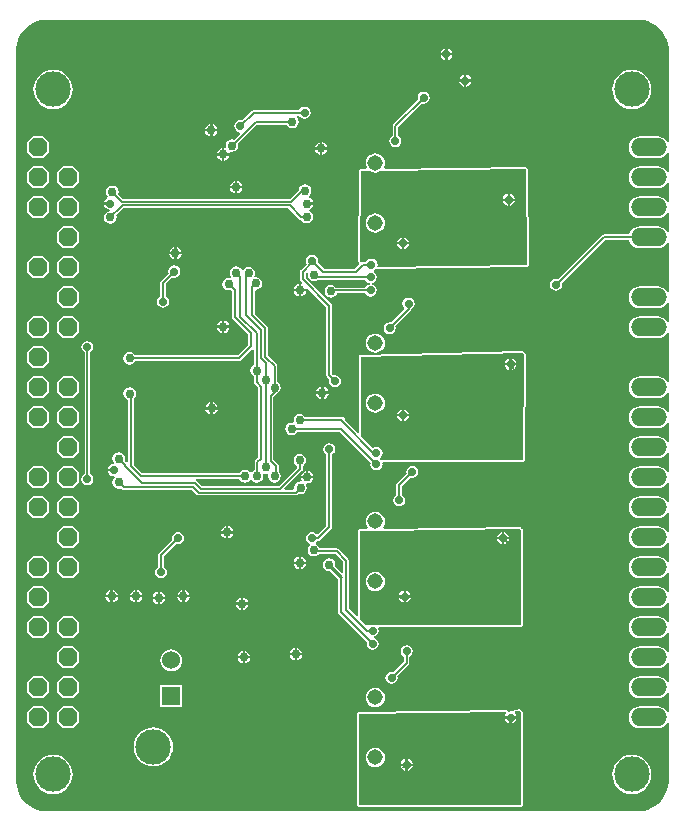
<source format=gbl>
G04*
G04 #@! TF.GenerationSoftware,Altium Limited,Altium Designer,23.7.1 (13)*
G04*
G04 Layer_Physical_Order=2*
G04 Layer_Color=16711680*
%FSLAX25Y25*%
%MOIN*%
G70*
G04*
G04 #@! TF.SameCoordinates,D29FC0A6-615C-4A1E-A78D-E47FA92DE2CD*
G04*
G04*
G04 #@! TF.FilePolarity,Positive*
G04*
G01*
G75*
%ADD57C,0.00630*%
%ADD62C,0.00984*%
%ADD64C,0.11811*%
G04:AMPARAMS|DCode=65|XSize=60mil|YSize=60mil|CornerRadius=0mil|HoleSize=0mil|Usage=FLASHONLY|Rotation=90.000|XOffset=0mil|YOffset=0mil|HoleType=Round|Shape=Octagon|*
%AMOCTAGOND65*
4,1,8,0.01500,0.03000,-0.01500,0.03000,-0.03000,0.01500,-0.03000,-0.01500,-0.01500,-0.03000,0.01500,-0.03000,0.03000,-0.01500,0.03000,0.01500,0.01500,0.03000,0.0*
%
%ADD65OCTAGOND65*%

%ADD66O,0.12000X0.06000*%
%ADD67C,0.05150*%
%ADD68C,0.06024*%
%ADD69R,0.06024X0.06024*%
%ADD70C,0.02781*%
%ADD71C,0.02978*%
%ADD72C,0.00787*%
G36*
X208661Y265400D02*
X209335Y265400D01*
X210671Y265224D01*
X211973Y264875D01*
X213219Y264359D01*
X214386Y263685D01*
X215455Y262865D01*
X216408Y261912D01*
X217228Y260842D01*
X217902Y259675D01*
X218418Y258430D01*
X218767Y257128D01*
X218943Y255792D01*
X218943Y255118D01*
X218943Y224753D01*
X218443Y224653D01*
X218428Y224690D01*
X217851Y225442D01*
X217098Y226019D01*
X216223Y226381D01*
X215283Y226505D01*
X209283D01*
X208343Y226381D01*
X207468Y226019D01*
X206715Y225442D01*
X206138Y224690D01*
X205776Y223814D01*
X205652Y222874D01*
X205776Y221934D01*
X206138Y221059D01*
X206715Y220306D01*
X207468Y219729D01*
X208343Y219367D01*
X209283Y219243D01*
X215283D01*
X216223Y219367D01*
X217098Y219729D01*
X217851Y220306D01*
X218428Y221059D01*
X218443Y221095D01*
X218943Y220995D01*
Y214753D01*
X218443Y214653D01*
X218428Y214689D01*
X217851Y215442D01*
X217098Y216019D01*
X216223Y216381D01*
X215283Y216505D01*
X209283D01*
X208343Y216381D01*
X207468Y216019D01*
X206715Y215442D01*
X206138Y214689D01*
X205776Y213814D01*
X205652Y212874D01*
X205776Y211934D01*
X206138Y211058D01*
X206715Y210306D01*
X207468Y209729D01*
X208343Y209367D01*
X209283Y209243D01*
X215283D01*
X216223Y209367D01*
X217098Y209729D01*
X217851Y210306D01*
X218428Y211058D01*
X218443Y211095D01*
X218943Y210995D01*
Y204753D01*
X218443Y204653D01*
X218428Y204690D01*
X217851Y205442D01*
X217098Y206019D01*
X216223Y206381D01*
X215283Y206505D01*
X209283D01*
X208343Y206381D01*
X207468Y206019D01*
X206715Y205442D01*
X206138Y204690D01*
X205776Y203814D01*
X205652Y202874D01*
X205776Y201934D01*
X206138Y201059D01*
X206715Y200306D01*
X207468Y199729D01*
X208343Y199367D01*
X209283Y199243D01*
X215283D01*
X216223Y199367D01*
X217098Y199729D01*
X217851Y200306D01*
X218428Y201059D01*
X218443Y201095D01*
X218943Y200995D01*
Y194753D01*
X218443Y194653D01*
X218428Y194690D01*
X217851Y195442D01*
X217098Y196019D01*
X216223Y196381D01*
X215283Y196505D01*
X209283D01*
X208343Y196381D01*
X207468Y196019D01*
X206715Y195442D01*
X206138Y194690D01*
X205776Y193814D01*
X205775Y193807D01*
X197283D01*
X196926Y193736D01*
X196623Y193534D01*
X182009Y178920D01*
X181417Y179037D01*
X180640Y178883D01*
X179982Y178443D01*
X179542Y177785D01*
X179387Y177008D01*
X179542Y176231D01*
X179982Y175573D01*
X180640Y175133D01*
X181417Y174978D01*
X182194Y175133D01*
X182852Y175573D01*
X183292Y176231D01*
X183447Y177008D01*
X183329Y177600D01*
X197669Y191941D01*
X205775D01*
X205776Y191934D01*
X206138Y191059D01*
X206715Y190306D01*
X207468Y189729D01*
X208343Y189367D01*
X209283Y189243D01*
X215283D01*
X216223Y189367D01*
X217098Y189729D01*
X217851Y190306D01*
X218428Y191059D01*
X218443Y191095D01*
X218943Y190995D01*
Y174753D01*
X218443Y174653D01*
X218428Y174689D01*
X217851Y175442D01*
X217098Y176019D01*
X216223Y176381D01*
X215283Y176505D01*
X209283D01*
X208343Y176381D01*
X207468Y176019D01*
X206715Y175442D01*
X206138Y174689D01*
X205776Y173814D01*
X205652Y172874D01*
X205776Y171934D01*
X206138Y171058D01*
X206715Y170306D01*
X207468Y169729D01*
X208343Y169367D01*
X209283Y169243D01*
X215283D01*
X216223Y169367D01*
X217098Y169729D01*
X217851Y170306D01*
X218428Y171058D01*
X218443Y171095D01*
X218943Y170995D01*
X218943Y164753D01*
X218443Y164653D01*
X218428Y164690D01*
X217851Y165442D01*
X217098Y166019D01*
X216223Y166381D01*
X215283Y166505D01*
X209283D01*
X208343Y166381D01*
X207468Y166019D01*
X206715Y165442D01*
X206138Y164690D01*
X205776Y163814D01*
X205652Y162874D01*
X205776Y161934D01*
X206138Y161058D01*
X206715Y160306D01*
X207468Y159729D01*
X208343Y159367D01*
X209283Y159243D01*
X215283D01*
X216223Y159367D01*
X217098Y159729D01*
X217851Y160306D01*
X218428Y161058D01*
X218443Y161095D01*
X218943Y160995D01*
Y144753D01*
X218443Y144653D01*
X218428Y144690D01*
X217851Y145442D01*
X217098Y146019D01*
X216223Y146381D01*
X215283Y146505D01*
X209283D01*
X208343Y146381D01*
X207468Y146019D01*
X206715Y145442D01*
X206138Y144690D01*
X205776Y143814D01*
X205652Y142874D01*
X205776Y141934D01*
X206138Y141059D01*
X206715Y140306D01*
X207468Y139729D01*
X208343Y139367D01*
X209283Y139243D01*
X215283D01*
X216223Y139367D01*
X217098Y139729D01*
X217851Y140306D01*
X218428Y141059D01*
X218443Y141095D01*
X218943Y140995D01*
Y134753D01*
X218443Y134653D01*
X218428Y134689D01*
X217851Y135442D01*
X217098Y136019D01*
X216223Y136381D01*
X215283Y136505D01*
X209283D01*
X208343Y136381D01*
X207468Y136019D01*
X206715Y135442D01*
X206138Y134689D01*
X205776Y133814D01*
X205652Y132874D01*
X205776Y131934D01*
X206138Y131059D01*
X206715Y130306D01*
X207468Y129729D01*
X208343Y129367D01*
X209283Y129243D01*
X215283D01*
X216223Y129367D01*
X217098Y129729D01*
X217851Y130306D01*
X218428Y131059D01*
X218443Y131095D01*
X218943Y130995D01*
Y124753D01*
X218443Y124653D01*
X218428Y124689D01*
X217851Y125442D01*
X217098Y126019D01*
X216223Y126381D01*
X215283Y126505D01*
X209283D01*
X208343Y126381D01*
X207468Y126019D01*
X206715Y125442D01*
X206138Y124689D01*
X205776Y123814D01*
X205652Y122874D01*
X205776Y121934D01*
X206138Y121058D01*
X206715Y120306D01*
X207468Y119729D01*
X208343Y119367D01*
X209283Y119243D01*
X215283D01*
X216223Y119367D01*
X217098Y119729D01*
X217851Y120306D01*
X218428Y121058D01*
X218443Y121095D01*
X218943Y120995D01*
Y114753D01*
X218443Y114653D01*
X218428Y114690D01*
X217851Y115442D01*
X217098Y116019D01*
X216223Y116381D01*
X215283Y116505D01*
X209283D01*
X208343Y116381D01*
X207468Y116019D01*
X206715Y115442D01*
X206138Y114690D01*
X205776Y113814D01*
X205652Y112874D01*
X205776Y111934D01*
X206138Y111058D01*
X206715Y110306D01*
X207468Y109729D01*
X208343Y109367D01*
X209283Y109243D01*
X215283D01*
X216223Y109367D01*
X217098Y109729D01*
X217851Y110306D01*
X218428Y111058D01*
X218443Y111095D01*
X218943Y110995D01*
Y104753D01*
X218443Y104653D01*
X218428Y104690D01*
X217851Y105442D01*
X217098Y106019D01*
X216223Y106381D01*
X215283Y106505D01*
X209283D01*
X208343Y106381D01*
X207468Y106019D01*
X206715Y105442D01*
X206138Y104690D01*
X205776Y103814D01*
X205652Y102874D01*
X205776Y101934D01*
X206138Y101058D01*
X206715Y100306D01*
X207468Y99729D01*
X208343Y99367D01*
X209283Y99243D01*
X215283D01*
X216223Y99367D01*
X217098Y99729D01*
X217851Y100306D01*
X218428Y101058D01*
X218443Y101095D01*
X218943Y100995D01*
X218943Y94753D01*
X218443Y94653D01*
X218428Y94690D01*
X217851Y95442D01*
X217098Y96019D01*
X216223Y96381D01*
X215283Y96505D01*
X209283D01*
X208343Y96381D01*
X207468Y96019D01*
X206715Y95442D01*
X206138Y94690D01*
X205776Y93814D01*
X205652Y92874D01*
X205776Y91934D01*
X206138Y91058D01*
X206715Y90306D01*
X207468Y89729D01*
X208343Y89367D01*
X209283Y89243D01*
X215283D01*
X216223Y89367D01*
X217098Y89729D01*
X217851Y90306D01*
X218428Y91058D01*
X218443Y91095D01*
X218943Y90995D01*
Y84753D01*
X218443Y84653D01*
X218428Y84689D01*
X217851Y85441D01*
X217098Y86019D01*
X216223Y86381D01*
X215283Y86505D01*
X209283D01*
X208343Y86381D01*
X207468Y86019D01*
X206715Y85441D01*
X206138Y84689D01*
X205776Y83814D01*
X205652Y82874D01*
X205776Y81934D01*
X206138Y81059D01*
X206715Y80306D01*
X207468Y79729D01*
X208343Y79367D01*
X209283Y79243D01*
X215283D01*
X216223Y79367D01*
X217098Y79729D01*
X217851Y80306D01*
X218428Y81059D01*
X218443Y81095D01*
X218943Y80995D01*
Y74753D01*
X218443Y74653D01*
X218428Y74690D01*
X217851Y75441D01*
X217098Y76019D01*
X216223Y76381D01*
X215283Y76505D01*
X209283D01*
X208343Y76381D01*
X207468Y76019D01*
X206715Y75441D01*
X206138Y74690D01*
X205776Y73814D01*
X205652Y72874D01*
X205776Y71934D01*
X206138Y71058D01*
X206715Y70306D01*
X207468Y69729D01*
X208343Y69367D01*
X209283Y69243D01*
X215283D01*
X216223Y69367D01*
X217098Y69729D01*
X217851Y70306D01*
X218428Y71058D01*
X218443Y71095D01*
X218943Y70995D01*
Y64753D01*
X218443Y64653D01*
X218428Y64689D01*
X217851Y65442D01*
X217098Y66019D01*
X216223Y66381D01*
X215283Y66505D01*
X209283D01*
X208343Y66381D01*
X207468Y66019D01*
X206715Y65442D01*
X206138Y64689D01*
X205776Y63814D01*
X205652Y62874D01*
X205776Y61934D01*
X206138Y61058D01*
X206715Y60306D01*
X207468Y59729D01*
X208343Y59367D01*
X209283Y59243D01*
X215283D01*
X216223Y59367D01*
X217098Y59729D01*
X217851Y60306D01*
X218428Y61058D01*
X218443Y61095D01*
X218943Y60995D01*
Y54753D01*
X218443Y54653D01*
X218428Y54690D01*
X217851Y55441D01*
X217098Y56019D01*
X216223Y56381D01*
X215283Y56505D01*
X209283D01*
X208343Y56381D01*
X207468Y56019D01*
X206715Y55441D01*
X206138Y54690D01*
X205776Y53814D01*
X205652Y52874D01*
X205776Y51934D01*
X206138Y51059D01*
X206715Y50306D01*
X207468Y49729D01*
X208343Y49367D01*
X209283Y49243D01*
X215283D01*
X216223Y49367D01*
X217098Y49729D01*
X217851Y50306D01*
X218428Y51059D01*
X218443Y51095D01*
X218943Y50995D01*
Y44753D01*
X218443Y44653D01*
X218428Y44690D01*
X217851Y45442D01*
X217098Y46019D01*
X216223Y46381D01*
X215283Y46505D01*
X209283D01*
X208343Y46381D01*
X207468Y46019D01*
X206715Y45442D01*
X206138Y44690D01*
X205776Y43814D01*
X205652Y42874D01*
X205776Y41934D01*
X206138Y41058D01*
X206715Y40306D01*
X207468Y39729D01*
X208343Y39367D01*
X209283Y39243D01*
X215283D01*
X216223Y39367D01*
X217098Y39729D01*
X217851Y40306D01*
X218428Y41058D01*
X218443Y41095D01*
X218943Y40995D01*
Y34753D01*
X218443Y34653D01*
X218428Y34690D01*
X217851Y35442D01*
X217098Y36019D01*
X216223Y36381D01*
X215283Y36505D01*
X209283D01*
X208343Y36381D01*
X207468Y36019D01*
X206715Y35442D01*
X206138Y34690D01*
X205776Y33814D01*
X205652Y32874D01*
X205776Y31934D01*
X206138Y31058D01*
X206715Y30307D01*
X207468Y29729D01*
X208343Y29367D01*
X209283Y29243D01*
X215283D01*
X216223Y29367D01*
X217098Y29729D01*
X217851Y30307D01*
X218428Y31058D01*
X218443Y31095D01*
X218943Y30995D01*
X218943Y11811D01*
Y11137D01*
X218767Y9801D01*
X218418Y8499D01*
X217902Y7254D01*
X217228Y6086D01*
X216408Y5017D01*
X215455Y4064D01*
X214385Y3244D01*
X213218Y2570D01*
X211973Y2054D01*
X210671Y1705D01*
X209335Y1529D01*
X11137D01*
X9801Y1705D01*
X8499Y2054D01*
X7254Y2570D01*
X6086Y3244D01*
X5017Y4064D01*
X4064Y5017D01*
X3244Y6086D01*
X2570Y7254D01*
X2054Y8499D01*
X1705Y9801D01*
X1529Y11137D01*
Y11811D01*
X1529Y255118D01*
X1529Y255792D01*
X1705Y257128D01*
X2054Y258430D01*
X2570Y259675D01*
X3244Y260842D01*
X4064Y261912D01*
X5017Y262865D01*
X6086Y263685D01*
X7254Y264359D01*
X8499Y264875D01*
X9801Y265224D01*
X11137Y265400D01*
X11811Y265400D01*
X208661Y265400D01*
D02*
G37*
%LPC*%
G36*
X145282Y255808D02*
Y254258D01*
X146832D01*
X146757Y254635D01*
X146317Y255293D01*
X145659Y255733D01*
X145282Y255808D01*
D02*
G37*
G36*
X144482D02*
X144105Y255733D01*
X143447Y255293D01*
X143007Y254635D01*
X142932Y254258D01*
X144482D01*
Y255808D01*
D02*
G37*
G36*
X146832Y253458D02*
X145282D01*
Y251908D01*
X145659Y251983D01*
X146317Y252423D01*
X146757Y253081D01*
X146832Y253458D01*
D02*
G37*
G36*
X144482D02*
X142932D01*
X143007Y253081D01*
X143447Y252423D01*
X144105Y251983D01*
X144482Y251908D01*
Y253458D01*
D02*
G37*
G36*
X151581Y246989D02*
Y245439D01*
X153131D01*
X153056Y245816D01*
X152616Y246474D01*
X151958Y246914D01*
X151581Y246989D01*
D02*
G37*
G36*
X150781D02*
X150404Y246914D01*
X149746Y246474D01*
X149306Y245816D01*
X149231Y245439D01*
X150781D01*
Y246989D01*
D02*
G37*
G36*
X153131Y244639D02*
X151581D01*
Y243089D01*
X151958Y243164D01*
X152616Y243604D01*
X153056Y244262D01*
X153131Y244639D01*
D02*
G37*
G36*
X150781D02*
X149231D01*
X149306Y244262D01*
X149746Y243604D01*
X150404Y243164D01*
X150781Y243089D01*
Y244639D01*
D02*
G37*
G36*
X137323Y241400D02*
X136546Y241245D01*
X135888Y240805D01*
X135448Y240147D01*
X135293Y239370D01*
X135411Y238778D01*
X127214Y230581D01*
X127012Y230278D01*
X126941Y229921D01*
Y226653D01*
X126439Y226317D01*
X125999Y225659D01*
X125845Y224882D01*
X125999Y224105D01*
X126439Y223447D01*
X127097Y223007D01*
X127874Y222852D01*
X128651Y223007D01*
X129309Y223447D01*
X129749Y224105D01*
X129903Y224882D01*
X129749Y225659D01*
X129309Y226317D01*
X128807Y226653D01*
Y229535D01*
X136731Y237458D01*
X137323Y237340D01*
X138100Y237495D01*
X138758Y237935D01*
X139198Y238593D01*
X139353Y239370D01*
X139198Y240147D01*
X138758Y240805D01*
X138100Y241245D01*
X137323Y241400D01*
D02*
G37*
G36*
X206692Y248663D02*
X205417Y248537D01*
X204190Y248165D01*
X203060Y247561D01*
X202070Y246748D01*
X201257Y245758D01*
X200653Y244628D01*
X200281Y243401D01*
X200155Y242126D01*
X200281Y240851D01*
X200653Y239624D01*
X201257Y238494D01*
X202070Y237504D01*
X203060Y236691D01*
X204190Y236087D01*
X205417Y235715D01*
X206692Y235589D01*
X207967Y235715D01*
X209194Y236087D01*
X210324Y236691D01*
X211314Y237504D01*
X212127Y238494D01*
X212731Y239624D01*
X213103Y240851D01*
X213229Y242126D01*
X213103Y243401D01*
X212731Y244628D01*
X212127Y245758D01*
X211314Y246748D01*
X210324Y247561D01*
X209194Y248165D01*
X207967Y248537D01*
X206692Y248663D01*
D02*
G37*
G36*
X13779D02*
X12504Y248537D01*
X11277Y248165D01*
X10147Y247561D01*
X9157Y246748D01*
X8344Y245758D01*
X7740Y244628D01*
X7368Y243401D01*
X7242Y242126D01*
X7368Y240851D01*
X7740Y239624D01*
X8344Y238494D01*
X9157Y237504D01*
X10147Y236691D01*
X11277Y236087D01*
X12504Y235715D01*
X13779Y235589D01*
X15054Y235715D01*
X16281Y236087D01*
X17411Y236691D01*
X18401Y237504D01*
X19214Y238494D01*
X19818Y239624D01*
X20190Y240851D01*
X20316Y242126D01*
X20190Y243401D01*
X19818Y244628D01*
X19214Y245758D01*
X18401Y246748D01*
X17411Y247561D01*
X16281Y248165D01*
X15054Y248537D01*
X13779Y248663D01*
D02*
G37*
G36*
X97638Y236361D02*
X96861Y236206D01*
X96203Y235766D01*
X95867Y235264D01*
X80630D01*
X80273Y235193D01*
X79970Y234991D01*
X76812Y231833D01*
X76220Y231950D01*
X75443Y231796D01*
X74785Y231356D01*
X74345Y230698D01*
X74190Y229921D01*
X74345Y229144D01*
X74785Y228486D01*
X75443Y228046D01*
X75924Y227950D01*
X76089Y227408D01*
X74101Y225420D01*
X73425Y225555D01*
X72610Y225393D01*
X71919Y224931D01*
X71457Y224240D01*
X71295Y223425D01*
X71395Y222923D01*
X70974Y222502D01*
X70872Y222522D01*
Y220872D01*
X72522D01*
X72502Y220974D01*
X72923Y221395D01*
X73425Y221295D01*
X74240Y221457D01*
X74931Y221919D01*
X75393Y222610D01*
X75555Y223425D01*
X75420Y224101D01*
X81685Y230366D01*
X91615D01*
X91998Y229793D01*
X92689Y229331D01*
X93504Y229169D01*
X94319Y229331D01*
X95010Y229793D01*
X95472Y230484D01*
X95634Y231299D01*
X95472Y232114D01*
X95010Y232805D01*
X94871Y232898D01*
X95023Y233398D01*
X95867D01*
X96203Y232896D01*
X96861Y232456D01*
X97638Y232301D01*
X98415Y232456D01*
X99073Y232896D01*
X99513Y233554D01*
X99668Y234331D01*
X99513Y235108D01*
X99073Y235766D01*
X98415Y236206D01*
X97638Y236361D01*
D02*
G37*
G36*
X66935Y230593D02*
Y228943D01*
X68585D01*
X68503Y229358D01*
X68041Y230049D01*
X67350Y230511D01*
X66935Y230593D01*
D02*
G37*
G36*
X66135D02*
X65720Y230511D01*
X65029Y230049D01*
X64567Y229358D01*
X64485Y228943D01*
X66135D01*
Y230593D01*
D02*
G37*
G36*
X68585Y228143D02*
X66935D01*
Y226493D01*
X67350Y226575D01*
X68041Y227037D01*
X68503Y227728D01*
X68585Y228143D01*
D02*
G37*
G36*
X66135D02*
X64485D01*
X64567Y227728D01*
X65029Y227037D01*
X65720Y226575D01*
X66135Y226493D01*
Y228143D01*
D02*
G37*
G36*
X103589Y224491D02*
Y222841D01*
X105239D01*
X105157Y223256D01*
X104695Y223947D01*
X104004Y224409D01*
X103589Y224491D01*
D02*
G37*
G36*
X102789D02*
X102374Y224409D01*
X101683Y223947D01*
X101221Y223256D01*
X101139Y222841D01*
X102789D01*
Y224491D01*
D02*
G37*
G36*
X70072Y222522D02*
X69657Y222440D01*
X68966Y221978D01*
X68504Y221287D01*
X68422Y220872D01*
X70072D01*
Y222522D01*
D02*
G37*
G36*
X105239Y222041D02*
X103589D01*
Y220391D01*
X104004Y220473D01*
X104695Y220935D01*
X105157Y221626D01*
X105239Y222041D01*
D02*
G37*
G36*
X102789D02*
X101139D01*
X101221Y221626D01*
X101683Y220935D01*
X102374Y220473D01*
X102789Y220391D01*
Y222041D01*
D02*
G37*
G36*
X10579Y226553D02*
X6979D01*
X5179Y224753D01*
Y221153D01*
X6979Y219353D01*
X10579D01*
X12379Y221153D01*
Y224753D01*
X10579Y226553D01*
D02*
G37*
G36*
X72522Y220072D02*
X70872D01*
Y218422D01*
X71287Y218504D01*
X71978Y218966D01*
X72440Y219657D01*
X72522Y220072D01*
D02*
G37*
G36*
X70072D02*
X68422D01*
X68504Y219657D01*
X68966Y218966D01*
X69657Y218504D01*
X70072Y218422D01*
Y220072D01*
D02*
G37*
G36*
X75243Y211617D02*
Y209967D01*
X76893D01*
X76811Y210382D01*
X76349Y211073D01*
X75658Y211535D01*
X75243Y211617D01*
D02*
G37*
G36*
X74443D02*
X74028Y211535D01*
X73337Y211073D01*
X72875Y210382D01*
X72793Y209967D01*
X74443D01*
Y211617D01*
D02*
G37*
G36*
X20579Y216553D02*
X16979D01*
X15179Y214753D01*
Y211153D01*
X16979Y209353D01*
X20579D01*
X22379Y211153D01*
Y214753D01*
X20579Y216553D01*
D02*
G37*
G36*
X10579D02*
X6979D01*
X5179Y214753D01*
Y211153D01*
X6979Y209353D01*
X10579D01*
X12379Y211153D01*
Y214753D01*
X10579Y216553D01*
D02*
G37*
G36*
X76893Y209167D02*
X75243D01*
Y207517D01*
X75658Y207599D01*
X76349Y208061D01*
X76811Y208752D01*
X76893Y209167D01*
D02*
G37*
G36*
X74443D02*
X72793D01*
X72875Y208752D01*
X73337Y208061D01*
X74028Y207599D01*
X74443Y207517D01*
Y209167D01*
D02*
G37*
G36*
X97756Y210437D02*
X96941Y210275D01*
X96250Y209813D01*
X95788Y209122D01*
X95660Y208475D01*
X92842Y205657D01*
X37080D01*
X35460Y207277D01*
X35595Y207953D01*
X35433Y208768D01*
X34971Y209459D01*
X34280Y209921D01*
X33465Y210083D01*
X32650Y209921D01*
X31959Y209459D01*
X31497Y208768D01*
X31335Y207953D01*
X31497Y207138D01*
X31959Y206447D01*
X31972Y206438D01*
X31877Y205901D01*
X31321Y205529D01*
X30881Y204871D01*
X30806Y204494D01*
X32756D01*
Y203694D01*
X30806D01*
X30881Y203317D01*
X31321Y202659D01*
X31979Y202219D01*
X32756Y202064D01*
X32832Y201578D01*
X32020Y201417D01*
X31329Y200955D01*
X30867Y200264D01*
X30705Y199449D01*
X30867Y198634D01*
X31329Y197943D01*
X32020Y197481D01*
X32835Y197319D01*
X33650Y197481D01*
X34341Y197943D01*
X34803Y198634D01*
X34965Y199449D01*
X34830Y200125D01*
X37237Y202532D01*
X92212D01*
X95797Y198946D01*
X96100Y198744D01*
X96457Y198673D01*
X96497D01*
X96880Y198100D01*
X97571Y197638D01*
X98386Y197476D01*
X99201Y197638D01*
X99892Y198100D01*
X100354Y198791D01*
X100516Y199606D01*
X100354Y200421D01*
X99892Y201112D01*
X99201Y201574D01*
X99153Y201583D01*
Y202093D01*
X99319Y202126D01*
X100010Y202588D01*
X100472Y203279D01*
X100554Y203694D01*
X98504D01*
Y204494D01*
X100554D01*
X100472Y204909D01*
X100010Y205600D01*
X99319Y206062D01*
X99116Y206102D01*
X99011Y206633D01*
X99262Y206801D01*
X99724Y207492D01*
X99886Y208307D01*
X99724Y209122D01*
X99262Y209813D01*
X98571Y210275D01*
X97756Y210437D01*
D02*
G37*
G36*
X20579Y206553D02*
X16979D01*
X15179Y204753D01*
Y201153D01*
X16979Y199353D01*
X20579D01*
X22379Y201153D01*
Y204753D01*
X20579Y206553D01*
D02*
G37*
G36*
X10579D02*
X6979D01*
X5179Y204753D01*
Y201153D01*
X6979Y199353D01*
X10579D01*
X12379Y201153D01*
Y204753D01*
X10579Y206553D01*
D02*
G37*
G36*
X20579Y196553D02*
X16979D01*
X15179Y194753D01*
Y191153D01*
X16979Y189353D01*
X20579D01*
X22379Y191153D01*
Y194753D01*
X20579Y196553D01*
D02*
G37*
G36*
X54967Y189609D02*
Y187959D01*
X56617D01*
X56535Y188374D01*
X56073Y189065D01*
X55382Y189527D01*
X54967Y189609D01*
D02*
G37*
G36*
X54167D02*
X53752Y189527D01*
X53061Y189065D01*
X52599Y188374D01*
X52517Y187959D01*
X54167D01*
Y189609D01*
D02*
G37*
G36*
X56617Y187159D02*
X54967D01*
Y185509D01*
X55382Y185591D01*
X56073Y186053D01*
X56535Y186744D01*
X56617Y187159D01*
D02*
G37*
G36*
X54167D02*
X52517D01*
X52599Y186744D01*
X53061Y186053D01*
X53752Y185591D01*
X54167Y185509D01*
Y187159D01*
D02*
G37*
G36*
X121181Y220800D02*
X120352Y220691D01*
X119580Y220371D01*
X118917Y219862D01*
X118408Y219199D01*
X118088Y218427D01*
X117979Y217598D01*
X118088Y216769D01*
X118335Y216171D01*
X118082Y215669D01*
X116448Y215656D01*
X116224Y215561D01*
X115999Y215471D01*
X115998Y215467D01*
X115994Y215466D01*
X115994Y215466D01*
X115993Y215463D01*
X115990Y215462D01*
X115899Y215238D01*
X115804Y215014D01*
X115454Y184859D01*
X115525Y184680D01*
X115519Y184622D01*
X115559Y184571D01*
X115594Y184448D01*
X115634Y184398D01*
X115775Y183866D01*
X114259Y182350D01*
X104126D01*
X102030Y184447D01*
X102147Y185039D01*
X101993Y185816D01*
X101553Y186474D01*
X100895Y186914D01*
X100118Y187068D01*
X99341Y186914D01*
X98683Y186474D01*
X98243Y185816D01*
X98089Y185039D01*
X98243Y184262D01*
X98359Y184088D01*
X96348Y182077D01*
X96244Y181920D01*
X96146Y181774D01*
X96146Y181774D01*
X96146Y181774D01*
X96110Y181594D01*
X96075Y181417D01*
Y178898D01*
X96146Y178541D01*
X96348Y178238D01*
X96921Y177666D01*
X96674Y177205D01*
X96463Y177247D01*
Y175597D01*
X98113D01*
X98071Y175808D01*
X98532Y176055D01*
X104894Y169693D01*
Y146772D01*
X104965Y146415D01*
X105167Y146112D01*
X105805Y145474D01*
X105687Y144882D01*
X105842Y144105D01*
X106282Y143447D01*
X106940Y143007D01*
X107717Y142852D01*
X108494Y143007D01*
X109152Y143447D01*
X109592Y144105D01*
X109747Y144882D01*
X109592Y145659D01*
X109152Y146317D01*
X108494Y146757D01*
X107717Y146912D01*
X107125Y146794D01*
X106760Y147158D01*
Y170079D01*
X106689Y170436D01*
X106487Y170739D01*
X97941Y179284D01*
Y180864D01*
X98313Y181198D01*
X98676Y180684D01*
X98618Y180394D01*
X98780Y179579D01*
X99242Y178888D01*
X99933Y178426D01*
X100748Y178264D01*
X101563Y178426D01*
X101816Y178595D01*
X117914D01*
X118250Y178093D01*
X118908Y177653D01*
X119286Y177578D01*
Y177068D01*
X118908Y176993D01*
X118250Y176553D01*
X117914Y176051D01*
X108122D01*
X107923Y176349D01*
X107232Y176811D01*
X106417Y176973D01*
X105602Y176811D01*
X104911Y176349D01*
X104449Y175658D01*
X104287Y174843D01*
X104449Y174028D01*
X104911Y173337D01*
X105602Y172875D01*
X106417Y172713D01*
X107232Y172875D01*
X107923Y173337D01*
X108385Y174028D01*
X108416Y174185D01*
X117914D01*
X118250Y173683D01*
X118908Y173243D01*
X119685Y173089D01*
X120462Y173243D01*
X121120Y173683D01*
X121560Y174341D01*
X121714Y175118D01*
X121560Y175895D01*
X121120Y176553D01*
X120462Y176993D01*
X120084Y177068D01*
Y177578D01*
X120462Y177653D01*
X121120Y178093D01*
X121560Y178751D01*
X121714Y179528D01*
X121560Y180305D01*
X121120Y180963D01*
X120616Y181300D01*
X120698Y181826D01*
X121336Y182253D01*
X121746Y182498D01*
X121948Y182418D01*
X122140Y182316D01*
X122174Y182327D01*
X122207Y182314D01*
X171642Y182891D01*
X171872Y182990D01*
X172097Y183085D01*
X172098Y183085D01*
X172098Y183086D01*
X172099Y183087D01*
X172192Y183318D01*
X172284Y183546D01*
X172284Y183548D01*
X172284Y183548D01*
X172284Y183548D01*
X171993Y215458D01*
X171993Y215458D01*
X171993Y215458D01*
X171993Y215458D01*
X171896Y215686D01*
X171799Y215915D01*
X171799Y215915D01*
X171799Y215916D01*
X171797Y215917D01*
X171567Y216009D01*
X171338Y216102D01*
X124331Y215720D01*
X124046Y216218D01*
X124274Y216769D01*
X124383Y217598D01*
X124274Y218427D01*
X123954Y219199D01*
X123445Y219862D01*
X122782Y220371D01*
X122010Y220691D01*
X121181Y220800D01*
D02*
G37*
G36*
X54173Y183447D02*
X53396Y183292D01*
X52738Y182852D01*
X52298Y182194D01*
X52144Y181417D01*
X52261Y180825D01*
X49734Y178298D01*
X49532Y177995D01*
X49461Y177638D01*
Y173110D01*
X48959Y172774D01*
X48519Y172116D01*
X48364Y171339D01*
X48519Y170562D01*
X48959Y169904D01*
X49617Y169464D01*
X50394Y169309D01*
X51171Y169464D01*
X51829Y169904D01*
X52269Y170562D01*
X52424Y171339D01*
X52269Y172116D01*
X51829Y172774D01*
X51327Y173110D01*
Y177252D01*
X53581Y179505D01*
X54173Y179387D01*
X54950Y179542D01*
X55608Y179982D01*
X56048Y180640D01*
X56203Y181417D01*
X56048Y182194D01*
X55608Y182852D01*
X54950Y183292D01*
X54173Y183447D01*
D02*
G37*
G36*
X20579Y186553D02*
X16979D01*
X15179Y184753D01*
Y181153D01*
X16979Y179353D01*
X20579D01*
X22379Y181153D01*
Y184753D01*
X20579Y186553D01*
D02*
G37*
G36*
X10579D02*
X6979D01*
X5179Y184753D01*
Y181153D01*
X6979Y179353D01*
X10579D01*
X12379Y181153D01*
Y184753D01*
X10579Y186553D01*
D02*
G37*
G36*
X74764Y183154D02*
X73949Y182992D01*
X73258Y182530D01*
X72796Y181839D01*
X72634Y181024D01*
X72796Y180209D01*
X73113Y179734D01*
X72813Y179284D01*
X72362Y179374D01*
X71547Y179212D01*
X70856Y178750D01*
X70394Y178059D01*
X70232Y177244D01*
X70394Y176429D01*
X70856Y175738D01*
X71547Y175276D01*
X72362Y175114D01*
X73039Y175249D01*
X73398Y174889D01*
Y166299D01*
X73469Y165942D01*
X73671Y165639D01*
X78791Y160520D01*
Y156996D01*
X75367Y153572D01*
X41206D01*
X40876Y154065D01*
X40185Y154527D01*
X39370Y154689D01*
X38555Y154527D01*
X37864Y154065D01*
X37402Y153374D01*
X37240Y152559D01*
X37402Y151744D01*
X37864Y151053D01*
X38555Y150591D01*
X39370Y150429D01*
X40185Y150591D01*
X40876Y151053D01*
X41206Y151546D01*
X75787D01*
X76175Y151623D01*
X76503Y151843D01*
X80260Y155599D01*
X80760Y155392D01*
Y150235D01*
X80187Y149852D01*
X79725Y149161D01*
X79563Y148346D01*
X79725Y147531D01*
X80187Y146840D01*
X80760Y146457D01*
Y144449D01*
X80831Y144092D01*
X81033Y143789D01*
X82217Y142606D01*
Y119441D01*
X81230Y118455D01*
X81028Y118152D01*
X80957Y117795D01*
Y115173D01*
X80878Y115157D01*
X80187Y114695D01*
X80025Y114453D01*
X79424D01*
X79262Y114695D01*
X78571Y115157D01*
X77756Y115319D01*
X76941Y115157D01*
X76250Y114695D01*
X75867Y114122D01*
X43418D01*
X40618Y116921D01*
Y139069D01*
X40876Y139242D01*
X41338Y139933D01*
X41500Y140748D01*
X41338Y141563D01*
X40876Y142254D01*
X40185Y142716D01*
X39370Y142878D01*
X38555Y142716D01*
X37864Y142254D01*
X37402Y141563D01*
X37240Y140748D01*
X37402Y139933D01*
X37864Y139242D01*
X38555Y138780D01*
X38752Y138741D01*
Y118038D01*
X38252Y117831D01*
X37705Y118379D01*
X37839Y119055D01*
X37677Y119870D01*
X37215Y120561D01*
X36524Y121023D01*
X35709Y121185D01*
X34894Y121023D01*
X34203Y120561D01*
X33741Y119870D01*
X33579Y119055D01*
X33741Y118240D01*
X34047Y117783D01*
X34044Y117745D01*
X33800Y117262D01*
X33239Y117151D01*
X32581Y116711D01*
X32141Y116053D01*
X32066Y115676D01*
X34016D01*
Y114876D01*
X32066D01*
X32141Y114499D01*
X32581Y113841D01*
X33239Y113401D01*
X34016Y113247D01*
X34193Y113282D01*
X34388Y112811D01*
X34203Y112687D01*
X33741Y111996D01*
X33579Y111181D01*
X33741Y110366D01*
X34203Y109675D01*
X34894Y109213D01*
X35709Y109051D01*
X36384Y109185D01*
X36623Y108947D01*
X36623Y108947D01*
X36623Y108946D01*
X36781Y108841D01*
X36926Y108744D01*
X36926Y108744D01*
X36926Y108744D01*
X37102Y108709D01*
X37283Y108673D01*
X37283Y108673D01*
X37283Y108673D01*
X60086D01*
X61703Y107057D01*
X61853Y106957D01*
X62005Y106855D01*
X62005Y106855D01*
X62005Y106855D01*
X62188Y106819D01*
X62362Y106784D01*
X94646D01*
X95003Y106855D01*
X95306Y107057D01*
X95584Y107335D01*
X96260Y107201D01*
X97075Y107363D01*
X97766Y107825D01*
X98228Y108516D01*
X98390Y109331D01*
X98228Y110146D01*
X98093Y110347D01*
X98394Y110797D01*
X98465Y110783D01*
X99280Y110945D01*
X99971Y111407D01*
X100433Y112098D01*
X100515Y112513D01*
X96415D01*
X96497Y112098D01*
X96632Y111897D01*
X96331Y111447D01*
X96260Y111461D01*
X95445Y111299D01*
X94754Y110837D01*
X94292Y110146D01*
X94130Y109331D01*
X94166Y109150D01*
X93756Y108650D01*
X91096D01*
X90904Y109112D01*
X96723Y114931D01*
X96807Y115057D01*
X96925Y115234D01*
X96925Y115234D01*
X96925Y115234D01*
X96961Y115414D01*
X96996Y115591D01*
Y116694D01*
X97569Y117077D01*
X98031Y117768D01*
X98193Y118583D01*
X98031Y119398D01*
X97569Y120089D01*
X96878Y120551D01*
X96063Y120713D01*
X95248Y120551D01*
X94557Y120089D01*
X94095Y119398D01*
X93933Y118583D01*
X94095Y117768D01*
X94557Y117077D01*
X95130Y116694D01*
Y115977D01*
X89062Y109909D01*
X63378D01*
X61762Y111526D01*
X61459Y111728D01*
X61317Y111756D01*
X61367Y112256D01*
X75867D01*
X76250Y111683D01*
X76941Y111221D01*
X77756Y111059D01*
X78571Y111221D01*
X79262Y111683D01*
X79424Y111925D01*
X80025D01*
X80187Y111683D01*
X80878Y111221D01*
X81693Y111059D01*
X82508Y111221D01*
X83199Y111683D01*
X83661Y112374D01*
X83823Y113189D01*
X83723Y113691D01*
X84144Y114112D01*
X84646Y114012D01*
X85146Y114112D01*
X85568Y113690D01*
X85468Y113189D01*
X85630Y112374D01*
X86092Y111683D01*
X86783Y111221D01*
X87598Y111059D01*
X88413Y111221D01*
X89104Y111683D01*
X89566Y112374D01*
X89728Y113189D01*
X89566Y114004D01*
X89122Y114668D01*
Y116535D01*
X89051Y116892D01*
X88849Y117195D01*
X87232Y118811D01*
Y139457D01*
X88258Y140482D01*
X88455Y140777D01*
X89104Y141211D01*
X89566Y141902D01*
X89728Y142717D01*
X89566Y143532D01*
X89104Y144223D01*
X88531Y144606D01*
Y149882D01*
X88460Y150239D01*
X88258Y150542D01*
X85342Y153457D01*
Y162520D01*
X85271Y162877D01*
X85069Y163180D01*
X80933Y167315D01*
Y175011D01*
X81299Y175311D01*
X82114Y175473D01*
X82805Y175935D01*
X83267Y176626D01*
X83429Y177441D01*
X83267Y178256D01*
X82805Y178947D01*
X82114Y179409D01*
X81299Y179571D01*
X81190Y179549D01*
X80913Y179965D01*
X80944Y180012D01*
X81106Y180827D01*
X80944Y181642D01*
X80482Y182333D01*
X79791Y182795D01*
X78976Y182957D01*
X78161Y182795D01*
X77470Y182333D01*
X77214Y181949D01*
X77099Y181923D01*
X76635Y181984D01*
X76270Y182530D01*
X75579Y182992D01*
X74764Y183154D01*
D02*
G37*
G36*
X95663Y177247D02*
X95248Y177165D01*
X94557Y176703D01*
X94095Y176012D01*
X94013Y175597D01*
X95663D01*
Y177247D01*
D02*
G37*
G36*
X98113Y174797D02*
X96463D01*
Y173147D01*
X96878Y173229D01*
X97569Y173691D01*
X98031Y174382D01*
X98113Y174797D01*
D02*
G37*
G36*
X95663D02*
X94013D01*
X94095Y174382D01*
X94557Y173691D01*
X95248Y173229D01*
X95663Y173147D01*
Y174797D01*
D02*
G37*
G36*
X20579Y176553D02*
X16979D01*
X15179Y174753D01*
Y171153D01*
X16979Y169353D01*
X20579D01*
X22379Y171153D01*
Y174753D01*
X20579Y176553D01*
D02*
G37*
G36*
X132283Y172739D02*
X131506Y172584D01*
X130848Y172144D01*
X130408Y171486D01*
X130254Y170709D01*
X130408Y169932D01*
X130848Y169274D01*
X130862Y169264D01*
X130911Y168767D01*
X126576Y164432D01*
X125984Y164550D01*
X125207Y164395D01*
X124549Y163955D01*
X124109Y163297D01*
X123954Y162520D01*
X124109Y161743D01*
X124549Y161085D01*
X125207Y160645D01*
X125984Y160491D01*
X126761Y160645D01*
X127419Y161085D01*
X127859Y161743D01*
X128014Y162520D01*
X127896Y163112D01*
X132943Y168159D01*
X133145Y168462D01*
X133216Y168819D01*
Y168938D01*
X133718Y169274D01*
X134158Y169932D01*
X134312Y170709D01*
X134158Y171486D01*
X133718Y172144D01*
X133060Y172584D01*
X132283Y172739D01*
D02*
G37*
G36*
X70872Y165082D02*
Y163432D01*
X72522D01*
X72440Y163847D01*
X71978Y164538D01*
X71287Y165000D01*
X70872Y165082D01*
D02*
G37*
G36*
X70072D02*
X69657Y165000D01*
X68966Y164538D01*
X68504Y163847D01*
X68422Y163432D01*
X70072D01*
Y165082D01*
D02*
G37*
G36*
X72522Y162632D02*
X70872D01*
Y160982D01*
X71287Y161064D01*
X71978Y161526D01*
X72440Y162217D01*
X72522Y162632D01*
D02*
G37*
G36*
X70072D02*
X68422D01*
X68504Y162217D01*
X68966Y161526D01*
X69657Y161064D01*
X70072Y160982D01*
Y162632D01*
D02*
G37*
G36*
X20579Y166553D02*
X16979D01*
X15179Y164753D01*
Y161153D01*
X16979Y159353D01*
X20579D01*
X22379Y161153D01*
Y164753D01*
X20579Y166553D01*
D02*
G37*
G36*
X10579D02*
X6979D01*
X5179Y164753D01*
Y161153D01*
X6979Y159353D01*
X10579D01*
X12379Y161153D01*
Y164753D01*
X10579Y166553D01*
D02*
G37*
G36*
X170258Y154814D02*
X170254Y154812D01*
X170249Y154813D01*
X116377Y153698D01*
X116155Y153601D01*
X115931Y153508D01*
X115928Y153501D01*
X115921Y153498D01*
X115833Y153272D01*
X115741Y153049D01*
Y127728D01*
X115279Y127537D01*
X111195Y131620D01*
X111249Y131890D01*
X111172Y132278D01*
X110952Y132606D01*
X110624Y132826D01*
X110236Y132903D01*
X97899D01*
X97569Y133396D01*
X96878Y133858D01*
X96063Y134020D01*
X95248Y133858D01*
X94557Y133396D01*
X94095Y132705D01*
X93933Y131890D01*
X94020Y131450D01*
X93595Y131025D01*
X93386Y131067D01*
X92571Y130905D01*
X91880Y130443D01*
X91418Y129752D01*
X91256Y128937D01*
X91418Y128122D01*
X91880Y127431D01*
X92571Y126969D01*
X93386Y126807D01*
X94201Y126969D01*
X94892Y127431D01*
X95222Y127924D01*
X109523D01*
X109576Y127844D01*
X119663Y117757D01*
X119545Y117165D01*
X119700Y116388D01*
X120140Y115730D01*
X120798Y115290D01*
X121575Y115136D01*
X122352Y115290D01*
X123010Y115730D01*
X123450Y116388D01*
X123605Y117165D01*
X123549Y117445D01*
X123959Y117945D01*
X170418D01*
X170646Y118039D01*
X170875Y118132D01*
X170876Y118134D01*
X170877Y118135D01*
X170972Y118362D01*
X171068Y118590D01*
X171268Y153809D01*
X171267Y153814D01*
X171268Y153818D01*
X171173Y154043D01*
X171081Y154270D01*
X171076Y154272D01*
X171075Y154276D01*
X170718Y154627D01*
X170714Y154629D01*
X170712Y154633D01*
X170485Y154722D01*
X170258Y154814D01*
D02*
G37*
G36*
X121181Y160761D02*
X120352Y160652D01*
X119580Y160332D01*
X118917Y159823D01*
X118408Y159160D01*
X118088Y158388D01*
X117979Y157559D01*
X118088Y156730D01*
X118408Y155958D01*
X118917Y155295D01*
X119580Y154786D01*
X120352Y154466D01*
X121181Y154357D01*
X122010Y154466D01*
X122782Y154786D01*
X123445Y155295D01*
X123954Y155958D01*
X124274Y156730D01*
X124383Y157559D01*
X124274Y158388D01*
X123954Y159160D01*
X123445Y159823D01*
X122782Y160332D01*
X122010Y160652D01*
X121181Y160761D01*
D02*
G37*
G36*
X10579Y156553D02*
X6979D01*
X5179Y154753D01*
Y151153D01*
X6979Y149353D01*
X10579D01*
X12379Y151153D01*
Y154753D01*
X10579Y156553D01*
D02*
G37*
G36*
X103943Y143113D02*
Y141463D01*
X105593D01*
X105511Y141878D01*
X105049Y142569D01*
X104358Y143031D01*
X103943Y143113D01*
D02*
G37*
G36*
X103143D02*
X102728Y143031D01*
X102037Y142569D01*
X101575Y141878D01*
X101493Y141463D01*
X103143D01*
Y143113D01*
D02*
G37*
G36*
X20579Y146553D02*
X16979D01*
X15179Y144753D01*
Y141153D01*
X16979Y139353D01*
X20579D01*
X22379Y141153D01*
Y144753D01*
X20579Y146553D01*
D02*
G37*
G36*
X10579D02*
X6979D01*
X5179Y144753D01*
Y141153D01*
X6979Y139353D01*
X10579D01*
X12379Y141153D01*
Y144753D01*
X10579Y146553D01*
D02*
G37*
G36*
X105593Y140663D02*
X103943D01*
Y139013D01*
X104358Y139095D01*
X105049Y139557D01*
X105511Y140248D01*
X105593Y140663D01*
D02*
G37*
G36*
X103143D02*
X101493D01*
X101575Y140248D01*
X102037Y139557D01*
X102728Y139095D01*
X103143Y139013D01*
Y140663D01*
D02*
G37*
G36*
X67014Y137877D02*
Y136227D01*
X68664D01*
X68582Y136642D01*
X68120Y137333D01*
X67429Y137795D01*
X67014Y137877D01*
D02*
G37*
G36*
X66214D02*
X65799Y137795D01*
X65108Y137333D01*
X64646Y136642D01*
X64564Y136227D01*
X66214D01*
Y137877D01*
D02*
G37*
G36*
X68664Y135427D02*
X67014D01*
Y133777D01*
X67429Y133859D01*
X68120Y134321D01*
X68582Y135012D01*
X68664Y135427D01*
D02*
G37*
G36*
X66214D02*
X64564D01*
X64646Y135012D01*
X65108Y134321D01*
X65799Y133859D01*
X66214Y133777D01*
Y135427D01*
D02*
G37*
G36*
X20579Y136553D02*
X16979D01*
X15179Y134753D01*
Y131153D01*
X16979Y129353D01*
X20579D01*
X22379Y131153D01*
Y134753D01*
X20579Y136553D01*
D02*
G37*
G36*
X10579D02*
X6979D01*
X5179Y134753D01*
Y131153D01*
X6979Y129353D01*
X10579D01*
X12379Y131153D01*
Y134753D01*
X10579Y136553D01*
D02*
G37*
G36*
X20579Y126553D02*
X16979D01*
X15179Y124753D01*
Y121153D01*
X16979Y119353D01*
X20579D01*
X22379Y121153D01*
Y124753D01*
X20579Y126553D01*
D02*
G37*
G36*
X98865Y114963D02*
Y113313D01*
X100515D01*
X100433Y113728D01*
X99971Y114419D01*
X99280Y114881D01*
X98865Y114963D01*
D02*
G37*
G36*
X98065D02*
X97650Y114881D01*
X96959Y114419D01*
X96497Y113728D01*
X96415Y113313D01*
X98065D01*
Y114963D01*
D02*
G37*
G36*
X133543Y116675D02*
X132766Y116521D01*
X132108Y116081D01*
X131668Y115423D01*
X131514Y114646D01*
X131631Y114053D01*
X128474Y110896D01*
X128374Y110745D01*
X128272Y110593D01*
X128272Y110593D01*
X128272Y110593D01*
X128240Y110431D01*
X128201Y110236D01*
Y106968D01*
X127699Y106632D01*
X127259Y105974D01*
X127104Y105197D01*
X127259Y104420D01*
X127699Y103762D01*
X128357Y103322D01*
X129134Y103167D01*
X129911Y103322D01*
X130569Y103762D01*
X131009Y104420D01*
X131164Y105197D01*
X131009Y105974D01*
X130569Y106632D01*
X130067Y106968D01*
Y109850D01*
X132951Y112734D01*
X133543Y112617D01*
X134320Y112771D01*
X134978Y113211D01*
X135418Y113869D01*
X135573Y114646D01*
X135418Y115423D01*
X134978Y116081D01*
X134320Y116521D01*
X133543Y116675D01*
D02*
G37*
G36*
X25197Y158249D02*
X24420Y158095D01*
X23762Y157655D01*
X23322Y156997D01*
X23167Y156220D01*
X23322Y155443D01*
X23762Y154785D01*
X24264Y154449D01*
Y113897D01*
X23762Y113561D01*
X23322Y112903D01*
X23167Y112126D01*
X23322Y111349D01*
X23762Y110691D01*
X24420Y110251D01*
X25197Y110097D01*
X25974Y110251D01*
X26632Y110691D01*
X27072Y111349D01*
X27226Y112126D01*
X27072Y112903D01*
X26632Y113561D01*
X26130Y113897D01*
Y154449D01*
X26632Y154785D01*
X27072Y155443D01*
X27226Y156220D01*
X27072Y156997D01*
X26632Y157655D01*
X25974Y158095D01*
X25197Y158249D01*
D02*
G37*
G36*
X20579Y116553D02*
X16979D01*
X15179Y114753D01*
Y111153D01*
X16979Y109353D01*
X20579D01*
X22379Y111153D01*
Y114753D01*
X20579Y116553D01*
D02*
G37*
G36*
X10579D02*
X6979D01*
X5179Y114753D01*
Y111153D01*
X6979Y109353D01*
X10579D01*
X12379Y111153D01*
Y114753D01*
X10579Y116553D01*
D02*
G37*
G36*
X20579Y106553D02*
X16979D01*
X15179Y104753D01*
Y101153D01*
X16979Y99353D01*
X20579D01*
X22379Y101153D01*
Y104753D01*
X20579Y106553D01*
D02*
G37*
G36*
X10579D02*
X6979D01*
X5179Y104753D01*
Y101153D01*
X6979Y99353D01*
X10579D01*
X12379Y101153D01*
Y104753D01*
X10579Y106553D01*
D02*
G37*
G36*
X72250Y96538D02*
Y94888D01*
X73900D01*
X73818Y95303D01*
X73356Y95994D01*
X72665Y96456D01*
X72250Y96538D01*
D02*
G37*
G36*
X71450D02*
X71035Y96456D01*
X70344Y95994D01*
X69882Y95303D01*
X69800Y94888D01*
X71450D01*
Y96538D01*
D02*
G37*
G36*
X105827Y124234D02*
X105050Y124080D01*
X104392Y123640D01*
X103952Y122982D01*
X103797Y122205D01*
X103952Y121428D01*
X104392Y120770D01*
X104894Y120434D01*
Y96685D01*
X102107Y93899D01*
X101610Y93948D01*
X101553Y94033D01*
X100895Y94473D01*
X100118Y94627D01*
X99341Y94473D01*
X98683Y94033D01*
X98243Y93375D01*
X98089Y92598D01*
X98243Y91821D01*
X98683Y91163D01*
X99341Y90723D01*
X99408Y90200D01*
X99242Y90089D01*
X98780Y89398D01*
X98618Y88583D01*
X98780Y87768D01*
X99242Y87077D01*
X99933Y86615D01*
X100748Y86453D01*
X101563Y86615D01*
X102254Y87077D01*
X102374Y87256D01*
X107960D01*
X110563Y84653D01*
Y81167D01*
X110063Y80959D01*
X107825Y83198D01*
X107917Y83661D01*
X107755Y84476D01*
X107293Y85167D01*
X106602Y85629D01*
X105787Y85791D01*
X104972Y85629D01*
X104281Y85167D01*
X103819Y84476D01*
X103657Y83661D01*
X103819Y82846D01*
X104281Y82155D01*
X104972Y81693D01*
X105787Y81531D01*
X106250Y81623D01*
X108791Y79082D01*
Y67913D01*
X108862Y67556D01*
X109064Y67253D01*
X118403Y57915D01*
X118286Y57323D01*
X118440Y56546D01*
X118880Y55888D01*
X119538Y55448D01*
X120315Y55294D01*
X121092Y55448D01*
X121750Y55888D01*
X122190Y56546D01*
X122345Y57323D01*
X122190Y58100D01*
X121750Y58758D01*
X121092Y59198D01*
X120717Y59273D01*
Y59782D01*
X121092Y59857D01*
X121750Y60297D01*
X122190Y60955D01*
X122345Y61732D01*
X122226Y62327D01*
X122533Y62827D01*
X169791D01*
X170250Y63017D01*
X170440Y63476D01*
Y95229D01*
X170440Y95231D01*
X170440Y95233D01*
X170345Y95460D01*
X170250Y95688D01*
X170248Y95689D01*
X170248Y95691D01*
X169892Y96042D01*
X169890Y96043D01*
X169889Y96045D01*
X169660Y96137D01*
X169432Y96230D01*
X169430Y96229D01*
X169428Y96230D01*
X123949Y95720D01*
X123700Y96217D01*
X123954Y96549D01*
X124274Y97321D01*
X124383Y98150D01*
X124274Y98979D01*
X123954Y99751D01*
X123445Y100414D01*
X122782Y100923D01*
X122010Y101243D01*
X121181Y101352D01*
X120352Y101243D01*
X119580Y100923D01*
X118917Y100414D01*
X118408Y99751D01*
X118088Y98979D01*
X117979Y98150D01*
X118088Y97321D01*
X118408Y96549D01*
X118705Y96161D01*
X118461Y95658D01*
X116107Y95632D01*
X115881Y95535D01*
X115655Y95442D01*
X115653Y95438D01*
X115650Y95437D01*
X115558Y95209D01*
X115465Y94982D01*
Y66665D01*
X115003Y66474D01*
X112429Y69047D01*
Y85039D01*
X112358Y85396D01*
X112156Y85699D01*
X109006Y88849D01*
X108703Y89051D01*
X108346Y89122D01*
X102771D01*
X102716Y89398D01*
X102254Y90089D01*
X101563Y90551D01*
X101543Y90555D01*
X101437Y91086D01*
X101553Y91163D01*
X101888Y91665D01*
X102125Y91665D01*
X102482Y91736D01*
X102784Y91938D01*
X106487Y95639D01*
X106487Y95639D01*
X106487Y95639D01*
X106593Y95799D01*
X106689Y95942D01*
X106689Y95942D01*
X106689Y95942D01*
X106721Y96105D01*
X106760Y96299D01*
X106760Y96299D01*
X106760Y96299D01*
Y120434D01*
X107262Y120770D01*
X107702Y121428D01*
X107857Y122205D01*
X107702Y122982D01*
X107262Y123640D01*
X106604Y124080D01*
X105827Y124234D01*
D02*
G37*
G36*
X73900Y94088D02*
X72250D01*
Y92438D01*
X72665Y92520D01*
X73356Y92982D01*
X73818Y93673D01*
X73900Y94088D01*
D02*
G37*
G36*
X71450D02*
X69800D01*
X69882Y93673D01*
X70344Y92982D01*
X71035Y92520D01*
X71450Y92438D01*
Y94088D01*
D02*
G37*
G36*
X55433Y94627D02*
X54656Y94473D01*
X53998Y94033D01*
X53558Y93375D01*
X53404Y92598D01*
X53521Y92006D01*
X49104Y87589D01*
X48902Y87286D01*
X48831Y86929D01*
Y83031D01*
X48329Y82695D01*
X47889Y82037D01*
X47734Y81260D01*
X47889Y80483D01*
X48329Y79825D01*
X48987Y79385D01*
X49764Y79230D01*
X50541Y79385D01*
X51199Y79825D01*
X51639Y80483D01*
X51793Y81260D01*
X51639Y82037D01*
X51199Y82695D01*
X50697Y83031D01*
Y86543D01*
X54841Y90686D01*
X55433Y90569D01*
X56210Y90723D01*
X56868Y91163D01*
X57308Y91821D01*
X57463Y92598D01*
X57308Y93375D01*
X56868Y94033D01*
X56210Y94473D01*
X55433Y94627D01*
D02*
G37*
G36*
X20579Y96553D02*
X16979D01*
X15179Y94753D01*
Y91153D01*
X16979Y89353D01*
X20579D01*
X22379Y91153D01*
Y94753D01*
X20579Y96553D01*
D02*
G37*
G36*
X96463Y86341D02*
Y84691D01*
X98113D01*
X98031Y85106D01*
X97569Y85797D01*
X96878Y86259D01*
X96463Y86341D01*
D02*
G37*
G36*
X95663D02*
X95248Y86259D01*
X94557Y85797D01*
X94095Y85106D01*
X94013Y84691D01*
X95663D01*
Y86341D01*
D02*
G37*
G36*
X98113Y83891D02*
X96463D01*
Y82241D01*
X96878Y82323D01*
X97569Y82785D01*
X98031Y83476D01*
X98113Y83891D01*
D02*
G37*
G36*
X95663D02*
X94013D01*
X94095Y83476D01*
X94557Y82785D01*
X95248Y82323D01*
X95663Y82241D01*
Y83891D01*
D02*
G37*
G36*
X20579Y86553D02*
X16979D01*
X15179Y84753D01*
Y81153D01*
X16979Y79353D01*
X20579D01*
X22379Y81153D01*
Y84753D01*
X20579Y86553D01*
D02*
G37*
G36*
X10579D02*
X6979D01*
X5179Y84753D01*
Y81153D01*
X6979Y79353D01*
X10579D01*
X12379Y81153D01*
Y84753D01*
X10579Y86553D01*
D02*
G37*
G36*
X57644Y75278D02*
Y73628D01*
X59294D01*
X59212Y74043D01*
X58750Y74734D01*
X58059Y75196D01*
X57644Y75278D01*
D02*
G37*
G36*
X56844D02*
X56429Y75196D01*
X55738Y74734D01*
X55276Y74043D01*
X55194Y73628D01*
X56844D01*
Y75278D01*
D02*
G37*
G36*
X41896D02*
Y73628D01*
X43546D01*
X43464Y74043D01*
X43002Y74734D01*
X42311Y75196D01*
X41896Y75278D01*
D02*
G37*
G36*
X41096D02*
X40681Y75196D01*
X39990Y74734D01*
X39528Y74043D01*
X39446Y73628D01*
X41096D01*
Y75278D01*
D02*
G37*
G36*
X33707D02*
Y73628D01*
X35357D01*
X35275Y74043D01*
X34813Y74734D01*
X34122Y75196D01*
X33707Y75278D01*
D02*
G37*
G36*
X32907D02*
X32492Y75196D01*
X31801Y74734D01*
X31339Y74043D01*
X31257Y73628D01*
X32907D01*
Y75278D01*
D02*
G37*
G36*
X49455Y74648D02*
Y72998D01*
X51105D01*
X51023Y73413D01*
X50561Y74104D01*
X49870Y74566D01*
X49455Y74648D01*
D02*
G37*
G36*
X48655D02*
X48240Y74566D01*
X47549Y74104D01*
X47087Y73413D01*
X47005Y72998D01*
X48655D01*
Y74648D01*
D02*
G37*
G36*
X59294Y72828D02*
X57644D01*
Y71178D01*
X58059Y71260D01*
X58750Y71722D01*
X59212Y72413D01*
X59294Y72828D01*
D02*
G37*
G36*
X56844D02*
X55194D01*
X55276Y72413D01*
X55738Y71722D01*
X56429Y71260D01*
X56844Y71178D01*
Y72828D01*
D02*
G37*
G36*
X43546D02*
X41896D01*
Y71178D01*
X42311Y71260D01*
X43002Y71722D01*
X43464Y72413D01*
X43546Y72828D01*
D02*
G37*
G36*
X41096D02*
X39446D01*
X39528Y72413D01*
X39990Y71722D01*
X40681Y71260D01*
X41096Y71178D01*
Y72828D01*
D02*
G37*
G36*
X35357D02*
X33707D01*
Y71178D01*
X34122Y71260D01*
X34813Y71722D01*
X35275Y72413D01*
X35357Y72828D01*
D02*
G37*
G36*
X32907D02*
X31257D01*
X31339Y72413D01*
X31801Y71722D01*
X32492Y71260D01*
X32907Y71178D01*
Y72828D01*
D02*
G37*
G36*
X77172Y72759D02*
Y71109D01*
X78822D01*
X78740Y71524D01*
X78278Y72215D01*
X77587Y72677D01*
X77172Y72759D01*
D02*
G37*
G36*
X76372D02*
X75957Y72677D01*
X75266Y72215D01*
X74804Y71524D01*
X74722Y71109D01*
X76372D01*
Y72759D01*
D02*
G37*
G36*
X51105Y72198D02*
X49455D01*
Y70548D01*
X49870Y70630D01*
X50561Y71092D01*
X51023Y71783D01*
X51105Y72198D01*
D02*
G37*
G36*
X48655D02*
X47005D01*
X47087Y71783D01*
X47549Y71092D01*
X48240Y70630D01*
X48655Y70548D01*
Y72198D01*
D02*
G37*
G36*
X10579Y76553D02*
X6979D01*
X5179Y74753D01*
Y71153D01*
X6979Y69353D01*
X10579D01*
X12379Y71153D01*
Y74753D01*
X10579Y76553D01*
D02*
G37*
G36*
X78822Y70309D02*
X77172D01*
Y68659D01*
X77587Y68741D01*
X78278Y69203D01*
X78740Y69894D01*
X78822Y70309D01*
D02*
G37*
G36*
X76372D02*
X74722D01*
X74804Y69894D01*
X75266Y69203D01*
X75957Y68741D01*
X76372Y68659D01*
Y70309D01*
D02*
G37*
G36*
X20579Y66553D02*
X16979D01*
X15179Y64753D01*
Y61153D01*
X16979Y59353D01*
X20579D01*
X22379Y61153D01*
Y64753D01*
X20579Y66553D01*
D02*
G37*
G36*
X10579D02*
X6979D01*
X5179Y64753D01*
Y61153D01*
X6979Y59353D01*
X10579D01*
X12379Y61153D01*
Y64753D01*
X10579Y66553D01*
D02*
G37*
G36*
X95085Y55908D02*
Y54258D01*
X96735D01*
X96653Y54673D01*
X96191Y55364D01*
X95500Y55826D01*
X95085Y55908D01*
D02*
G37*
G36*
X94285D02*
X93870Y55826D01*
X93179Y55364D01*
X92717Y54673D01*
X92635Y54258D01*
X94285D01*
Y55908D01*
D02*
G37*
G36*
X77762Y54885D02*
Y53235D01*
X79412D01*
X79330Y53650D01*
X78868Y54341D01*
X78177Y54803D01*
X77762Y54885D01*
D02*
G37*
G36*
X76962D02*
X76547Y54803D01*
X75856Y54341D01*
X75394Y53650D01*
X75312Y53235D01*
X76962D01*
Y54885D01*
D02*
G37*
G36*
X96735Y53458D02*
X95085D01*
Y51808D01*
X95500Y51890D01*
X96191Y52352D01*
X96653Y53043D01*
X96735Y53458D01*
D02*
G37*
G36*
X94285D02*
X92635D01*
X92717Y53043D01*
X93179Y52352D01*
X93870Y51890D01*
X94285Y51808D01*
Y53458D01*
D02*
G37*
G36*
X79412Y52435D02*
X77762D01*
Y50785D01*
X78177Y50867D01*
X78868Y51329D01*
X79330Y52020D01*
X79412Y52435D01*
D02*
G37*
G36*
X76962D02*
X75312D01*
X75394Y52020D01*
X75856Y51329D01*
X76547Y50867D01*
X76962Y50785D01*
Y52435D01*
D02*
G37*
G36*
X20579Y56553D02*
X16979D01*
X15179Y54753D01*
Y51153D01*
X16979Y49353D01*
X20579D01*
X22379Y51153D01*
Y54753D01*
X20579Y56553D01*
D02*
G37*
G36*
X53111Y55454D02*
X52168Y55330D01*
X51289Y54966D01*
X50535Y54387D01*
X49956Y53633D01*
X49592Y52754D01*
X49468Y51811D01*
X49592Y50868D01*
X49956Y49989D01*
X50535Y49235D01*
X51289Y48656D01*
X52168Y48292D01*
X53111Y48168D01*
X54054Y48292D01*
X54933Y48656D01*
X55687Y49235D01*
X56266Y49989D01*
X56630Y50868D01*
X56754Y51811D01*
X56630Y52754D01*
X56266Y53633D01*
X55687Y54387D01*
X54933Y54966D01*
X54054Y55330D01*
X53111Y55454D01*
D02*
G37*
G36*
X131654Y56832D02*
X130877Y56678D01*
X130219Y56238D01*
X129779Y55580D01*
X129624Y54803D01*
X129779Y54026D01*
X130219Y53368D01*
X130721Y53032D01*
Y51410D01*
X127206Y47896D01*
X126614Y48013D01*
X125837Y47859D01*
X125179Y47419D01*
X124739Y46761D01*
X124584Y45984D01*
X124739Y45207D01*
X125179Y44549D01*
X125837Y44109D01*
X126614Y43955D01*
X127391Y44109D01*
X128049Y44549D01*
X128489Y45207D01*
X128644Y45984D01*
X128526Y46576D01*
X132314Y50364D01*
X132516Y50667D01*
X132587Y51024D01*
Y53032D01*
X133089Y53368D01*
X133529Y54026D01*
X133684Y54803D01*
X133529Y55580D01*
X133089Y56238D01*
X132431Y56678D01*
X131654Y56832D01*
D02*
G37*
G36*
X20579Y46553D02*
X16979D01*
X15179Y44753D01*
Y41153D01*
X16979Y39353D01*
X20579D01*
X22379Y41153D01*
Y44753D01*
X20579Y46553D01*
D02*
G37*
G36*
X10579D02*
X6979D01*
X5179Y44753D01*
Y41153D01*
X6979Y39353D01*
X10579D01*
X12379Y41153D01*
Y44753D01*
X10579Y46553D01*
D02*
G37*
G36*
X56723Y43612D02*
X49499D01*
Y36388D01*
X56723D01*
Y43612D01*
D02*
G37*
G36*
X121181Y42651D02*
X120352Y42542D01*
X119580Y42222D01*
X118917Y41713D01*
X118408Y41050D01*
X118088Y40278D01*
X117979Y39449D01*
X118088Y38620D01*
X118408Y37848D01*
X118917Y37185D01*
X119580Y36676D01*
X120352Y36356D01*
X121181Y36247D01*
X122010Y36356D01*
X122782Y36676D01*
X123445Y37185D01*
X123954Y37848D01*
X124274Y38620D01*
X124383Y39449D01*
X124274Y40278D01*
X123954Y41050D01*
X123445Y41713D01*
X122782Y42222D01*
X122010Y42542D01*
X121181Y42651D01*
D02*
G37*
G36*
X169430Y35443D02*
X169427Y35442D01*
X169425Y35443D01*
X167761Y35417D01*
X167617Y35354D01*
X167461Y35338D01*
X167398Y35259D01*
X167305Y35219D01*
X167247Y35073D01*
X167149Y34951D01*
X167055Y34635D01*
X166299Y34786D01*
X165522Y34631D01*
X165516Y34633D01*
X165406Y34818D01*
X165376Y34914D01*
X165280Y35029D01*
X165267Y35051D01*
X165208Y35187D01*
X165119Y35222D01*
X165058Y35296D01*
X164897Y35310D01*
X164746Y35370D01*
X115750Y34607D01*
X115526Y34510D01*
X115301Y34416D01*
X115299Y34411D01*
X115294Y34409D01*
X115204Y34183D01*
X115111Y33957D01*
Y3437D01*
X115301Y2978D01*
X115760Y2788D01*
X169791D01*
X170250Y2978D01*
X170440Y3437D01*
Y34442D01*
X170439Y34445D01*
X170440Y34448D01*
X170345Y34674D01*
X170250Y34902D01*
X170248Y34903D01*
X170247Y34905D01*
X169890Y35256D01*
X169888Y35257D01*
X169887Y35260D01*
X169658Y35350D01*
X169430Y35443D01*
D02*
G37*
G36*
X20579Y36553D02*
X16979D01*
X15179Y34753D01*
Y31153D01*
X16979Y29353D01*
X20579D01*
X22379Y31153D01*
Y34753D01*
X20579Y36553D01*
D02*
G37*
G36*
X10579D02*
X6979D01*
X5179Y34753D01*
Y31153D01*
X6979Y29353D01*
X10579D01*
X12379Y31153D01*
Y34753D01*
X10579Y36553D01*
D02*
G37*
G36*
X47205Y29529D02*
X45930Y29403D01*
X44703Y29031D01*
X43573Y28427D01*
X42583Y27614D01*
X41770Y26624D01*
X41166Y25494D01*
X40794Y24267D01*
X40668Y22992D01*
X40794Y21717D01*
X41166Y20490D01*
X41770Y19360D01*
X42583Y18370D01*
X43573Y17557D01*
X44703Y16953D01*
X45930Y16581D01*
X47205Y16455D01*
X48480Y16581D01*
X49707Y16953D01*
X50837Y17557D01*
X51827Y18370D01*
X52640Y19360D01*
X53244Y20490D01*
X53616Y21717D01*
X53742Y22992D01*
X53616Y24267D01*
X53244Y25494D01*
X52640Y26624D01*
X51827Y27614D01*
X50837Y28427D01*
X49707Y29031D01*
X48480Y29403D01*
X47205Y29529D01*
D02*
G37*
G36*
X206692Y20317D02*
X205417Y20191D01*
X204190Y19819D01*
X203060Y19215D01*
X202070Y18402D01*
X201257Y17412D01*
X200653Y16282D01*
X200281Y15055D01*
X200155Y13780D01*
X200281Y12505D01*
X200653Y11278D01*
X201257Y10148D01*
X202070Y9158D01*
X203060Y8345D01*
X204190Y7741D01*
X205417Y7369D01*
X206692Y7243D01*
X207967Y7369D01*
X209194Y7741D01*
X210324Y8345D01*
X211314Y9158D01*
X212127Y10148D01*
X212731Y11278D01*
X213103Y12505D01*
X213229Y13780D01*
X213103Y15055D01*
X212731Y16282D01*
X212127Y17412D01*
X211314Y18402D01*
X210324Y19215D01*
X209194Y19819D01*
X207967Y20191D01*
X206692Y20317D01*
D02*
G37*
G36*
X13779D02*
X12504Y20191D01*
X11277Y19819D01*
X10147Y19215D01*
X9157Y18402D01*
X8344Y17412D01*
X7740Y16282D01*
X7368Y15055D01*
X7242Y13780D01*
X7368Y12505D01*
X7740Y11278D01*
X8344Y10148D01*
X9157Y9158D01*
X10147Y8345D01*
X11277Y7741D01*
X12504Y7369D01*
X13779Y7243D01*
X15054Y7369D01*
X16281Y7741D01*
X17411Y8345D01*
X18401Y9158D01*
X19214Y10148D01*
X19818Y11278D01*
X20190Y12505D01*
X20316Y13780D01*
X20190Y15055D01*
X19818Y16282D01*
X19214Y17412D01*
X18401Y18402D01*
X17411Y19215D01*
X16281Y19819D01*
X15054Y20191D01*
X13779Y20317D01*
D02*
G37*
%LPD*%
G36*
X171634Y183540D02*
X122200Y182963D01*
X121880Y183348D01*
X121950Y183701D01*
X121796Y184478D01*
X121356Y185136D01*
X120698Y185576D01*
X119921Y185731D01*
X119144Y185576D01*
X118486Y185136D01*
X118150Y184634D01*
X116929D01*
X116929Y184634D01*
X116929Y184634D01*
X116737Y184596D01*
X116600Y184569D01*
X116563Y184568D01*
X116143Y184801D01*
X116103Y184851D01*
X116453Y215007D01*
X116453Y215007D01*
X119312Y215030D01*
X119580Y214825D01*
X120352Y214505D01*
X121181Y214396D01*
X122010Y214505D01*
X122782Y214825D01*
X123090Y215060D01*
X171344Y215453D01*
X171634Y183540D01*
D02*
G37*
%LPC*%
G36*
X166069Y207304D02*
Y205754D01*
X167619D01*
X167544Y206131D01*
X167104Y206789D01*
X166446Y207229D01*
X166069Y207304D01*
D02*
G37*
G36*
X165269D02*
X164892Y207229D01*
X164234Y206789D01*
X163794Y206131D01*
X163719Y205754D01*
X165269D01*
Y207304D01*
D02*
G37*
G36*
X167619Y204954D02*
X166069D01*
Y203404D01*
X166446Y203479D01*
X167104Y203919D01*
X167544Y204577D01*
X167619Y204954D01*
D02*
G37*
G36*
X165269D02*
X163719D01*
X163794Y204577D01*
X164234Y203919D01*
X164892Y203479D01*
X165269Y203404D01*
Y204954D01*
D02*
G37*
G36*
X121181Y200800D02*
X120352Y200691D01*
X119580Y200371D01*
X118917Y199862D01*
X118408Y199199D01*
X118088Y198427D01*
X117979Y197598D01*
X118088Y196769D01*
X118408Y195997D01*
X118917Y195334D01*
X119580Y194825D01*
X120352Y194505D01*
X121181Y194396D01*
X122010Y194505D01*
X122782Y194825D01*
X123445Y195334D01*
X123954Y195997D01*
X124274Y196769D01*
X124383Y197598D01*
X124274Y198427D01*
X123954Y199199D01*
X123445Y199862D01*
X122782Y200371D01*
X122010Y200691D01*
X121181Y200800D01*
D02*
G37*
G36*
X130794Y192816D02*
Y191266D01*
X132344D01*
X132269Y191643D01*
X131829Y192301D01*
X131171Y192741D01*
X130794Y192816D01*
D02*
G37*
G36*
X129994D02*
X129617Y192741D01*
X128959Y192301D01*
X128519Y191643D01*
X128444Y191266D01*
X129994D01*
Y192816D01*
D02*
G37*
G36*
X132344Y190466D02*
X130794D01*
Y188916D01*
X131171Y188991D01*
X131829Y189431D01*
X132269Y190089D01*
X132344Y190466D01*
D02*
G37*
G36*
X129994D02*
X128444D01*
X128519Y190089D01*
X128959Y189431D01*
X129617Y188991D01*
X129994Y188916D01*
Y190466D01*
D02*
G37*
%LPD*%
G36*
X170619Y153813D02*
X170418Y118594D01*
X123014D01*
X123010Y118600D01*
X122779Y118754D01*
Y119356D01*
X123010Y119510D01*
X123450Y120168D01*
X123605Y120945D01*
X123450Y121722D01*
X123010Y122380D01*
X122352Y122820D01*
X121575Y122975D01*
X120798Y122820D01*
X120317Y122498D01*
X116390Y126425D01*
Y153049D01*
X170263Y154164D01*
X170619Y153813D01*
D02*
G37*
%LPC*%
G36*
X166699Y152501D02*
Y150951D01*
X168249D01*
X168174Y151328D01*
X167734Y151986D01*
X167076Y152426D01*
X166699Y152501D01*
D02*
G37*
G36*
X165899D02*
X165522Y152426D01*
X164864Y151986D01*
X164424Y151328D01*
X164349Y150951D01*
X165899D01*
Y152501D01*
D02*
G37*
G36*
X168249Y150151D02*
X166699D01*
Y148601D01*
X167076Y148676D01*
X167734Y149116D01*
X168174Y149774D01*
X168249Y150151D01*
D02*
G37*
G36*
X165899D02*
X164349D01*
X164424Y149774D01*
X164864Y149116D01*
X165522Y148676D01*
X165899Y148601D01*
Y150151D01*
D02*
G37*
G36*
X121181Y140761D02*
X120352Y140652D01*
X119580Y140332D01*
X118917Y139823D01*
X118408Y139160D01*
X118088Y138388D01*
X117979Y137559D01*
X118088Y136730D01*
X118408Y135958D01*
X118917Y135295D01*
X119580Y134786D01*
X120352Y134466D01*
X121181Y134357D01*
X122010Y134466D01*
X122782Y134786D01*
X123445Y135295D01*
X123954Y135958D01*
X124274Y136730D01*
X124383Y137559D01*
X124274Y138388D01*
X123954Y139160D01*
X123445Y139823D01*
X122782Y140332D01*
X122010Y140652D01*
X121181Y140761D01*
D02*
G37*
G36*
X130794Y135493D02*
Y133943D01*
X132344D01*
X132269Y134320D01*
X131829Y134978D01*
X131171Y135418D01*
X130794Y135493D01*
D02*
G37*
G36*
X129994D02*
X129617Y135418D01*
X128959Y134978D01*
X128519Y134320D01*
X128444Y133943D01*
X129994D01*
Y135493D01*
D02*
G37*
G36*
X132344Y133143D02*
X130794D01*
Y131593D01*
X131171Y131668D01*
X131829Y132108D01*
X132269Y132766D01*
X132344Y133143D01*
D02*
G37*
G36*
X129994D02*
X128444D01*
X128519Y132766D01*
X128959Y132108D01*
X129617Y131668D01*
X129994Y131593D01*
Y133143D01*
D02*
G37*
%LPD*%
G36*
X169791Y95229D02*
Y63476D01*
X121288D01*
X121092Y63607D01*
X120315Y63762D01*
X119538Y63607D01*
X119342Y63476D01*
X118000D01*
X116114Y65362D01*
Y94982D01*
X120539Y95032D01*
X121181Y94948D01*
X121942Y95048D01*
X169436Y95581D01*
X169791Y95229D01*
D02*
G37*
%LPC*%
G36*
X164180Y94548D02*
Y92998D01*
X165730D01*
X165655Y93375D01*
X165215Y94033D01*
X164557Y94473D01*
X164180Y94548D01*
D02*
G37*
G36*
X163380D02*
X163003Y94473D01*
X162345Y94033D01*
X161905Y93375D01*
X161830Y92998D01*
X163380D01*
Y94548D01*
D02*
G37*
G36*
X165730Y92198D02*
X164180D01*
Y90648D01*
X164557Y90723D01*
X165215Y91163D01*
X165655Y91821D01*
X165730Y92198D01*
D02*
G37*
G36*
X163380D02*
X161830D01*
X161905Y91821D01*
X162345Y91163D01*
X163003Y90723D01*
X163380Y90648D01*
Y92198D01*
D02*
G37*
G36*
X121181Y81352D02*
X120352Y81243D01*
X119580Y80923D01*
X118917Y80414D01*
X118408Y79751D01*
X118088Y78979D01*
X117979Y78150D01*
X118088Y77321D01*
X118408Y76549D01*
X118917Y75886D01*
X119580Y75377D01*
X120352Y75057D01*
X121181Y74948D01*
X122010Y75057D01*
X122782Y75377D01*
X123445Y75886D01*
X123954Y76549D01*
X124274Y77321D01*
X124383Y78150D01*
X124274Y78979D01*
X123954Y79751D01*
X123445Y80414D01*
X122782Y80923D01*
X122010Y81243D01*
X121181Y81352D01*
D02*
G37*
G36*
X131424Y75021D02*
Y73471D01*
X132974D01*
X132899Y73848D01*
X132459Y74506D01*
X131801Y74946D01*
X131424Y75021D01*
D02*
G37*
G36*
X130624D02*
X130247Y74946D01*
X129589Y74506D01*
X129149Y73848D01*
X129074Y73471D01*
X130624D01*
Y75021D01*
D02*
G37*
G36*
X132974Y72671D02*
X131424D01*
Y71121D01*
X131801Y71196D01*
X132459Y71636D01*
X132899Y72294D01*
X132974Y72671D01*
D02*
G37*
G36*
X130624D02*
X129074D01*
X129149Y72294D01*
X129589Y71636D01*
X130247Y71196D01*
X130624Y71121D01*
Y72671D01*
D02*
G37*
%LPD*%
G36*
X169791Y34442D02*
Y3437D01*
X115760D01*
Y33957D01*
X164756Y34720D01*
X164911Y34223D01*
X164864Y34191D01*
X164424Y33533D01*
X164349Y33156D01*
X168249D01*
X168174Y33533D01*
X167734Y34191D01*
X167623Y34265D01*
X167771Y34767D01*
X169435Y34793D01*
X169791Y34442D01*
D02*
G37*
%LPC*%
G36*
X168249Y32356D02*
X166699D01*
Y30806D01*
X167076Y30881D01*
X167734Y31321D01*
X168174Y31979D01*
X168249Y32356D01*
D02*
G37*
G36*
X165899D02*
X164349D01*
X164424Y31979D01*
X164864Y31321D01*
X165522Y30881D01*
X165899Y30806D01*
Y32356D01*
D02*
G37*
G36*
X132054Y18958D02*
Y17408D01*
X133604D01*
X133529Y17785D01*
X133089Y18443D01*
X132431Y18883D01*
X132054Y18958D01*
D02*
G37*
G36*
X131254D02*
X130877Y18883D01*
X130219Y18443D01*
X129779Y17785D01*
X129704Y17408D01*
X131254D01*
Y18958D01*
D02*
G37*
G36*
X121181Y22651D02*
X120352Y22542D01*
X119580Y22222D01*
X118917Y21713D01*
X118408Y21050D01*
X118088Y20278D01*
X117979Y19449D01*
X118088Y18620D01*
X118408Y17848D01*
X118917Y17185D01*
X119580Y16676D01*
X120352Y16356D01*
X121181Y16247D01*
X122010Y16356D01*
X122782Y16676D01*
X123445Y17185D01*
X123954Y17848D01*
X124274Y18620D01*
X124383Y19449D01*
X124274Y20278D01*
X123954Y21050D01*
X123445Y21713D01*
X122782Y22222D01*
X122010Y22542D01*
X121181Y22651D01*
D02*
G37*
G36*
X133604Y16608D02*
X132054D01*
Y15058D01*
X132431Y15133D01*
X133089Y15573D01*
X133529Y16231D01*
X133604Y16608D01*
D02*
G37*
G36*
X131254D02*
X129704D01*
X129779Y16231D01*
X130219Y15573D01*
X130877Y15133D01*
X131254Y15058D01*
Y16608D01*
D02*
G37*
%LPD*%
D57*
X100118Y92598D02*
X102125Y92598D01*
X100118Y185039D02*
X103740Y181417D01*
X114646D01*
X116929Y183701D01*
X119921D01*
X181417Y177008D02*
X197283Y192874D01*
X212283D01*
X102125Y92598D02*
X105827Y96299D01*
Y122205D01*
Y146772D02*
X107717Y144882D01*
X105827Y146772D02*
Y170079D01*
X97008Y178898D02*
X105827Y170079D01*
X97008Y178898D02*
Y181417D01*
X100118Y184528D01*
Y185039D01*
X25197Y112126D02*
Y156220D01*
X72362Y177244D02*
X74331Y175276D01*
Y166299D02*
Y175276D01*
Y166299D02*
X79724Y160906D01*
Y156496D02*
Y160906D01*
X94646Y107717D02*
X96260Y109331D01*
X35709Y111181D02*
X37283Y109606D01*
X60472D01*
X62362Y107717D01*
X94646D01*
X96063Y115591D02*
Y118583D01*
X89449Y108976D02*
X96063Y115591D01*
X35709Y119055D02*
X37795Y116969D01*
Y116535D02*
Y116969D01*
Y116535D02*
X43465Y110866D01*
X61102D01*
X62992Y108976D01*
X89449D01*
X36772Y203386D02*
X36850Y203465D01*
X92598D01*
X96457Y199606D01*
X98386D01*
X32835Y199449D02*
X36378Y202992D01*
X36772Y203386D01*
X33465Y207953D02*
X36693Y204724D01*
X93228D01*
X96811Y208307D01*
X97756D01*
X100748Y88583D02*
X101142Y88189D01*
X108346D01*
X111496Y85039D01*
Y68661D02*
Y85039D01*
Y68661D02*
X118425Y61732D01*
X120315D01*
X109724Y67913D02*
X120315Y57323D01*
X109724Y67913D02*
Y79724D01*
X109606Y131890D02*
X121181Y120315D01*
X121575Y120945D01*
X110236Y128504D02*
X121575Y117165D01*
X110236Y128504D02*
Y128937D01*
X100748Y180394D02*
X101614Y179528D01*
X119685D01*
X106417Y174843D02*
X106693Y175118D01*
X119685D01*
X73425Y223425D02*
X81299Y231299D01*
X93504D01*
X76220Y229921D02*
X80630Y234331D01*
X97638D01*
X165669Y205354D02*
X167559D01*
X166299Y150551D02*
X167559Y148661D01*
X129764Y132913D02*
X130394Y133543D01*
X129764Y72441D02*
X130394Y73071D01*
X131024D01*
X163780Y92598D02*
X166929Y88819D01*
X130394Y16378D02*
X131654Y17008D01*
X166299Y32756D02*
X168819D01*
X126614Y45984D02*
X131654Y51024D01*
Y54803D01*
X129134Y110236D02*
X133543Y114646D01*
X129134Y105197D02*
Y110236D01*
X125984Y162520D02*
X132283Y168819D01*
Y170709D01*
X127874Y229921D02*
X137323Y239370D01*
X127874Y224882D02*
Y229921D01*
X50394Y177638D02*
X54173Y181417D01*
X50394Y171339D02*
Y177638D01*
X74764Y181024D02*
X76220Y179567D01*
Y166299D02*
Y179567D01*
Y166299D02*
X81693Y160827D01*
Y148346D02*
Y160827D01*
Y113189D02*
X81890Y113386D01*
Y117795D01*
X83150Y119055D01*
Y142992D01*
X81693Y144449D02*
X83150Y142992D01*
X81693Y144449D02*
Y148346D01*
X78110Y179961D02*
X78976Y180827D01*
X78110Y166929D02*
Y179961D01*
Y166929D02*
X83150Y161890D01*
Y152441D02*
Y161890D01*
Y152441D02*
X84646Y150945D01*
Y145394D02*
Y150945D01*
Y116142D02*
Y145394D01*
X87598Y141142D02*
Y142717D01*
X80000Y176142D02*
X81299Y177441D01*
X80000Y166929D02*
Y176142D01*
Y166929D02*
X84409Y162520D01*
Y153071D02*
Y162520D01*
Y153071D02*
X87598Y149882D01*
Y142717D02*
Y149882D01*
Y113189D02*
X88189Y113780D01*
Y116535D01*
X86299Y118425D02*
X88189Y116535D01*
X86299Y118425D02*
Y139843D01*
X87598Y141142D01*
X39370Y140748D02*
X39685Y140433D01*
Y116535D02*
Y140433D01*
Y116535D02*
X43032Y113189D01*
X77756D01*
X49764Y86929D02*
X55433Y92598D01*
X49764Y81260D02*
Y86929D01*
X144252Y254488D02*
X144882Y253858D01*
X33386Y115906D02*
X34016Y115276D01*
D62*
X8780Y152638D02*
Y152953D01*
X105787Y83661D02*
X109724Y79724D01*
X71850Y94488D02*
X72835D01*
D64*
X47205Y22992D02*
D03*
X206692Y13780D02*
D03*
Y242126D02*
D03*
X13779D02*
D03*
Y13780D02*
D03*
D65*
X18779Y32953D02*
D03*
X8779D02*
D03*
X18779Y42953D02*
D03*
X8779D02*
D03*
X18779Y52953D02*
D03*
X8779D02*
D03*
X18779Y62953D02*
D03*
X8779D02*
D03*
X18779Y72953D02*
D03*
X8779D02*
D03*
X18779Y82953D02*
D03*
X8779D02*
D03*
X18779Y92953D02*
D03*
X8779D02*
D03*
X18779Y102953D02*
D03*
X8779D02*
D03*
X18779Y112953D02*
D03*
X8779D02*
D03*
X18779Y122953D02*
D03*
X8779D02*
D03*
X18779Y132953D02*
D03*
X8779D02*
D03*
X18779Y142953D02*
D03*
X8779D02*
D03*
X18779Y152953D02*
D03*
X8779D02*
D03*
X18779Y162953D02*
D03*
X8779D02*
D03*
X18779Y172953D02*
D03*
X8779D02*
D03*
X18779Y182953D02*
D03*
X8779D02*
D03*
X18779Y192953D02*
D03*
X8779D02*
D03*
X18779Y202953D02*
D03*
X8779D02*
D03*
X18779Y212953D02*
D03*
X8779D02*
D03*
X18779Y222953D02*
D03*
X8779D02*
D03*
D66*
X212283Y32874D02*
D03*
Y42874D02*
D03*
Y52874D02*
D03*
Y62874D02*
D03*
Y72874D02*
D03*
Y82874D02*
D03*
Y92874D02*
D03*
Y102874D02*
D03*
Y112874D02*
D03*
Y122874D02*
D03*
Y132874D02*
D03*
Y142874D02*
D03*
Y152874D02*
D03*
Y162874D02*
D03*
Y172874D02*
D03*
Y182874D02*
D03*
Y192874D02*
D03*
Y202874D02*
D03*
Y212874D02*
D03*
Y222874D02*
D03*
D67*
X121181Y197598D02*
D03*
Y207598D02*
D03*
Y217598D02*
D03*
Y227598D02*
D03*
Y137559D02*
D03*
Y147559D02*
D03*
Y157559D02*
D03*
Y167559D02*
D03*
Y78150D02*
D03*
Y88150D02*
D03*
Y98150D02*
D03*
Y108150D02*
D03*
Y19449D02*
D03*
Y29449D02*
D03*
Y39449D02*
D03*
Y49449D02*
D03*
D68*
X41299Y51811D02*
D03*
Y40000D02*
D03*
X53111Y51811D02*
D03*
D69*
Y40000D02*
D03*
D70*
X119921Y183701D02*
D03*
X181417Y177008D02*
D03*
X105827Y122205D02*
D03*
X107717Y144882D02*
D03*
X100118Y185039D02*
D03*
Y92598D02*
D03*
X25197Y112126D02*
D03*
Y156220D02*
D03*
X120315Y61732D02*
D03*
Y57323D02*
D03*
X121575Y120945D02*
D03*
Y117165D02*
D03*
X119685Y179528D02*
D03*
Y175118D02*
D03*
X97638Y234331D02*
D03*
X76220Y229921D02*
D03*
X130394Y190866D02*
D03*
X165669Y205354D02*
D03*
X166299Y150551D02*
D03*
X130394Y133543D02*
D03*
X131024Y73071D02*
D03*
X163780Y92598D02*
D03*
X131654Y17008D02*
D03*
X166299Y32756D02*
D03*
X126614Y45984D02*
D03*
X131654Y54803D02*
D03*
X133543Y114646D02*
D03*
X129134Y105197D02*
D03*
X125984Y162520D02*
D03*
X132283Y170709D02*
D03*
X137323Y239370D02*
D03*
X127874Y224882D02*
D03*
X54173Y181417D02*
D03*
X50394Y171339D02*
D03*
X55433Y92598D02*
D03*
X49764Y81260D02*
D03*
X144882Y253858D02*
D03*
X151181Y245039D02*
D03*
X34016Y115276D02*
D03*
X32756Y204094D02*
D03*
D71*
X39370Y152559D02*
D03*
X72362Y177244D02*
D03*
X96260Y109331D02*
D03*
X35709Y111181D02*
D03*
X96063Y118583D02*
D03*
X35709Y119055D02*
D03*
X98386Y199606D02*
D03*
X32835Y199449D02*
D03*
X97756Y208307D02*
D03*
X33465Y207953D02*
D03*
X100748Y88583D02*
D03*
X105787Y83661D02*
D03*
X96063Y131890D02*
D03*
X93386Y128937D02*
D03*
X100748Y180394D02*
D03*
X106417Y174843D02*
D03*
X93504Y231299D02*
D03*
X73425Y223425D02*
D03*
X81693Y148346D02*
D03*
Y113189D02*
D03*
X74764Y181024D02*
D03*
X84646Y145394D02*
D03*
X78976Y180827D02*
D03*
X84646Y116142D02*
D03*
X87598Y142717D02*
D03*
X81299Y177441D02*
D03*
X87598Y113189D02*
D03*
X39370Y140748D02*
D03*
X77756Y113189D02*
D03*
X57244Y73228D02*
D03*
X49055Y72598D02*
D03*
X41496Y73228D02*
D03*
X33307D02*
D03*
X77362Y52835D02*
D03*
X94685Y53858D02*
D03*
X74843Y209567D02*
D03*
X66614Y135827D02*
D03*
X103543Y141063D02*
D03*
X98465Y112913D02*
D03*
X71850Y94488D02*
D03*
X96063Y84291D02*
D03*
X76772Y70709D02*
D03*
X96063Y175197D02*
D03*
X70472Y163032D02*
D03*
X54567Y187559D02*
D03*
X103189Y222441D02*
D03*
X66535Y228543D02*
D03*
X70472Y220472D02*
D03*
X98504Y204094D02*
D03*
D72*
X39370Y152559D02*
X75787D01*
X79724Y156496D01*
X109606Y131890D02*
X110236D01*
X96063D02*
X109606D01*
X93386Y128937D02*
X110236D01*
M02*

</source>
